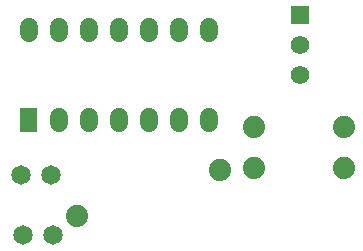
<source format=gtl>
G04 Layer: TopLayer*
G04 EasyEDA v6.4.31, 2022-03-16 09:40:05*
G04 30f33cc809fd450ca7eb4ca7eccbfc45,10*
G04 Gerber Generator version 0.2*
G04 Scale: 100 percent, Rotated: No, Reflected: No *
G04 Dimensions in millimeters *
G04 leading zeros omitted , absolute positions ,4 integer and 5 decimal *
%FSLAX45Y45*%
%MOMM*%

%ADD11R,1.5748X1.5748*%
%ADD12C,1.5748*%
%ADD13C,1.6510*%
%ADD14C,1.8796*%
%ADD16C,1.5000*%

%LPD*%
D11*
G01*
X3327400Y5422900D03*
D12*
G01*
X3327400Y5168900D03*
G01*
X3327400Y4914900D03*
D13*
G01*
X965200Y4064000D03*
G01*
X1219200Y4064000D03*
G01*
X1231900Y3556000D03*
G01*
X977900Y3556000D03*
D14*
G01*
X3695700Y4470400D03*
G01*
X2933700Y4470400D03*
G01*
X3695700Y4127500D03*
G01*
X2933700Y4127500D03*
G01*
X2648620Y4107825D03*
G01*
X1440779Y3715374D03*
G36*
X953698Y4633899D02*
G01*
X1103701Y4633899D01*
X1103701Y4433900D01*
X953698Y4433900D01*
G37*
D16*
X1282700Y4558898D02*
G01*
X1282700Y4508898D01*
X1536700Y4558898D02*
G01*
X1536700Y4508898D01*
X1790700Y4558898D02*
G01*
X1790700Y4508898D01*
X2044700Y4558898D02*
G01*
X2044700Y4508898D01*
X2298700Y4558898D02*
G01*
X2298700Y4508898D01*
X2552700Y4558898D02*
G01*
X2552700Y4508898D01*
X1028700Y5320898D02*
G01*
X1028700Y5270898D01*
X1282700Y5320898D02*
G01*
X1282700Y5270898D01*
X1536700Y5320898D02*
G01*
X1536700Y5270898D01*
X1790700Y5320898D02*
G01*
X1790700Y5270898D01*
X2044700Y5320898D02*
G01*
X2044700Y5270898D01*
X2298700Y5320898D02*
G01*
X2298700Y5270898D01*
X2552700Y5320898D02*
G01*
X2552700Y5270898D01*
M02*

</source>
